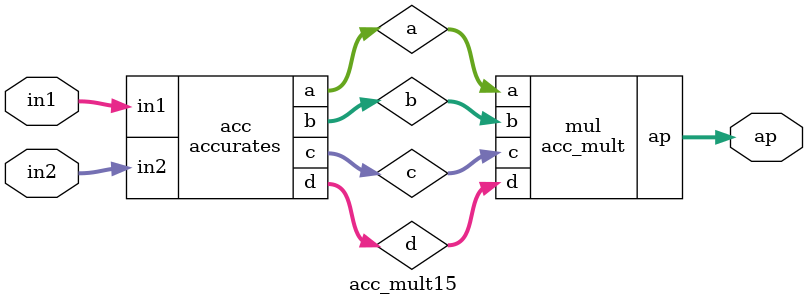
<source format=sv>
module accurates(input [7:0]in1,in2,output [7:0]b,a,c,d);

	multiplier_4b mult_AHHXHL(in1[7:4], in2[3:0], c);
	multiplier_4b mult_AHHXHH(in1[7:4], in2[7:4], b);
	multiplier_4b mult_AHLXHL(in1[3:0], in2[3:0], a);
	multiplier_4b mult_AHLXHH(in1[3:0], in2[7:4], d);
	
endmodule


module acc_mult(input [7:0]b,a,c,d,output [15:0]ap);
	wire [7:0]s,cc;
	fa f1(a[4],c[0],d[0],s[0],cc[0]);
	fa f2(a[5],c[1],d[1],s[1],cc[1]);
	fa f3(a[6],c[2],d[2],s[2],cc[2]);
	fa f4(a[7],c[3],d[3],s[3],cc[3]);
	
	fa f5(b[0],c[4],d[4],s[4],cc[4]);
	fa f6(b[1],c[5],d[5],s[5],cc[5]);
	fa f7(b[2],c[6],d[6],s[6],cc[6]);
	fa f8(b[3],c[7],d[7],s[7],cc[7]);
	assign ap[4:0]={s[0],a[3:0]};
	wire [6:0]ccc;
	adder4 add(s[5:1],cc[4:0],1'b0,ap[9:5],ccc[0]);
	fa ff1(s[6],cc[5],ccc[0],ap[10],ccc[1]);
	fa ff2(s[7],cc[6],ccc[1],ap[11],ccc[2]);
	fa ff3(b[4],cc[7],ccc[2],ap[12],ccc[3]);
	ha h1(b[5],ccc[3],ap[13],ccc[4]);
	ha h2(b[6],ccc[4],ap[14],ccc[5]);
	ha h3(b[7],ccc[5],ap[15],ccc[6]);

endmodule

module acc_mult15(input [7:0]in1,in2,output [15:0]ap);
	wire [7:0]b,a,c,d;
	accurates acc(in1,in2,b,a,c,d);
	acc_mult mul(b,a,c,d,ap);
endmodule

</source>
